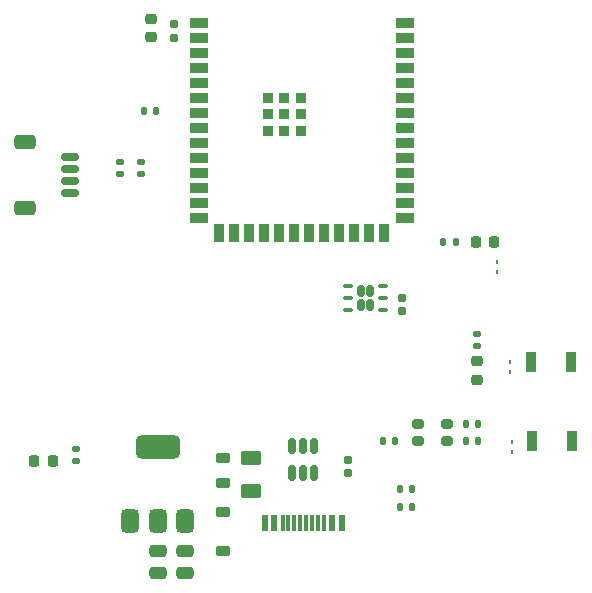
<source format=gbr>
%TF.GenerationSoftware,KiCad,Pcbnew,9.0.2*%
%TF.CreationDate,2025-07-27T12:29:31+02:00*%
%TF.ProjectId,ESP32-S3-TESTBOARD,45535033-322d-4533-932d-54455354424f,rev?*%
%TF.SameCoordinates,Original*%
%TF.FileFunction,Paste,Top*%
%TF.FilePolarity,Positive*%
%FSLAX46Y46*%
G04 Gerber Fmt 4.6, Leading zero omitted, Abs format (unit mm)*
G04 Created by KiCad (PCBNEW 9.0.2) date 2025-07-27 12:29:31*
%MOMM*%
%LPD*%
G01*
G04 APERTURE LIST*
G04 Aperture macros list*
%AMRoundRect*
0 Rectangle with rounded corners*
0 $1 Rounding radius*
0 $2 $3 $4 $5 $6 $7 $8 $9 X,Y pos of 4 corners*
0 Add a 4 corners polygon primitive as box body*
4,1,4,$2,$3,$4,$5,$6,$7,$8,$9,$2,$3,0*
0 Add four circle primitives for the rounded corners*
1,1,$1+$1,$2,$3*
1,1,$1+$1,$4,$5*
1,1,$1+$1,$6,$7*
1,1,$1+$1,$8,$9*
0 Add four rect primitives between the rounded corners*
20,1,$1+$1,$2,$3,$4,$5,0*
20,1,$1+$1,$4,$5,$6,$7,0*
20,1,$1+$1,$6,$7,$8,$9,0*
20,1,$1+$1,$8,$9,$2,$3,0*%
G04 Aperture macros list end*
%ADD10R,0.900000X1.700000*%
%ADD11RoundRect,0.375000X0.375000X-0.625000X0.375000X0.625000X-0.375000X0.625000X-0.375000X-0.625000X0*%
%ADD12RoundRect,0.500000X1.400000X-0.500000X1.400000X0.500000X-1.400000X0.500000X-1.400000X-0.500000X0*%
%ADD13RoundRect,0.250000X-0.475000X0.250000X-0.475000X-0.250000X0.475000X-0.250000X0.475000X0.250000X0*%
%ADD14RoundRect,0.225000X-0.225000X-0.250000X0.225000X-0.250000X0.225000X0.250000X-0.225000X0.250000X0*%
%ADD15RoundRect,0.150000X-0.625000X0.150000X-0.625000X-0.150000X0.625000X-0.150000X0.625000X0.150000X0*%
%ADD16RoundRect,0.250000X-0.650000X0.350000X-0.650000X-0.350000X0.650000X-0.350000X0.650000X0.350000X0*%
%ADD17RoundRect,0.225000X0.250000X-0.225000X0.250000X0.225000X-0.250000X0.225000X-0.250000X-0.225000X0*%
%ADD18RoundRect,0.225000X0.375000X-0.225000X0.375000X0.225000X-0.375000X0.225000X-0.375000X-0.225000X0*%
%ADD19RoundRect,0.200000X-0.300000X-0.200000X0.300000X-0.200000X0.300000X0.200000X-0.300000X0.200000X0*%
%ADD20RoundRect,0.135000X-0.135000X-0.185000X0.135000X-0.185000X0.135000X0.185000X-0.135000X0.185000X0*%
%ADD21RoundRect,0.062500X-0.062500X0.117500X-0.062500X-0.117500X0.062500X-0.117500X0.062500X0.117500X0*%
%ADD22RoundRect,0.135000X-0.185000X0.135000X-0.185000X-0.135000X0.185000X-0.135000X0.185000X0.135000X0*%
%ADD23RoundRect,0.218750X-0.218750X-0.256250X0.218750X-0.256250X0.218750X0.256250X-0.218750X0.256250X0*%
%ADD24RoundRect,0.135000X0.135000X0.185000X-0.135000X0.185000X-0.135000X-0.185000X0.135000X-0.185000X0*%
%ADD25RoundRect,0.150000X0.150000X-0.512500X0.150000X0.512500X-0.150000X0.512500X-0.150000X-0.512500X0*%
%ADD26R,0.600000X1.450000*%
%ADD27R,0.300000X1.450000*%
%ADD28RoundRect,0.150000X-0.150000X-0.335000X0.150000X-0.335000X0.150000X0.335000X-0.150000X0.335000X0*%
%ADD29RoundRect,0.100000X-0.300000X-0.100000X0.300000X-0.100000X0.300000X0.100000X-0.300000X0.100000X0*%
%ADD30RoundRect,0.225000X-0.250000X0.225000X-0.250000X-0.225000X0.250000X-0.225000X0.250000X0.225000X0*%
%ADD31RoundRect,0.155000X-0.155000X0.212500X-0.155000X-0.212500X0.155000X-0.212500X0.155000X0.212500X0*%
%ADD32RoundRect,0.250000X0.625000X-0.375000X0.625000X0.375000X-0.625000X0.375000X-0.625000X-0.375000X0*%
%ADD33RoundRect,0.155000X0.155000X-0.212500X0.155000X0.212500X-0.155000X0.212500X-0.155000X-0.212500X0*%
%ADD34R,0.900000X0.900000*%
%ADD35R,1.500000X0.900000*%
%ADD36R,0.900000X1.500000*%
%ADD37RoundRect,0.218750X-0.381250X0.218750X-0.381250X-0.218750X0.381250X-0.218750X0.381250X0.218750X0*%
G04 APERTURE END LIST*
D10*
%TO.C,SW1*%
X160700000Y-117200000D03*
X157300000Y-117200000D03*
%TD*%
D11*
%TO.C,U3*%
X123375000Y-130725000D03*
X125675000Y-130725000D03*
D12*
X125675000Y-124425000D03*
D11*
X127975000Y-130725000D03*
%TD*%
D13*
%TO.C,C5*%
X127975000Y-133200000D03*
X127975000Y-135100000D03*
%TD*%
%TO.C,C6*%
X125675000Y-133200000D03*
X125675000Y-135100000D03*
%TD*%
D14*
%TO.C,C7*%
X152620000Y-107100000D03*
X154170000Y-107100000D03*
%TD*%
D15*
%TO.C,J4*%
X118300000Y-99900000D03*
X118300000Y-100900000D03*
X118300000Y-101900000D03*
X118300000Y-102900000D03*
D16*
X114425000Y-98600000D03*
X114425000Y-104200000D03*
%TD*%
D10*
%TO.C,SW2*%
X160800000Y-123950000D03*
X157400000Y-123950000D03*
%TD*%
D17*
%TO.C,C2*%
X125150000Y-89750000D03*
X125150000Y-88200000D03*
%TD*%
D18*
%TO.C,D1*%
X131250000Y-133200000D03*
X131250000Y-129900000D03*
%TD*%
D19*
%TO.C,D5*%
X147700000Y-122500000D03*
X147700000Y-123900000D03*
X150200000Y-123900000D03*
X150200000Y-122500000D03*
%TD*%
D20*
%TO.C,R7*%
X151790000Y-123900000D03*
X152810000Y-123900000D03*
%TD*%
D21*
%TO.C,D2*%
X155500000Y-118047500D03*
X155500000Y-117207500D03*
%TD*%
D22*
%TO.C,R10*%
X122490000Y-100315000D03*
X122490000Y-101335000D03*
%TD*%
D23*
%TO.C,D3*%
X115250000Y-125600000D03*
X116825000Y-125600000D03*
%TD*%
D22*
%TO.C,R11*%
X124250000Y-100315000D03*
X124250000Y-101335000D03*
%TD*%
D24*
%TO.C,R6*%
X145810000Y-123900000D03*
X144790000Y-123900000D03*
%TD*%
D25*
%TO.C,U1*%
X137050000Y-126637500D03*
X138000000Y-126637500D03*
X138950000Y-126637500D03*
X138950000Y-124362500D03*
X138000000Y-124362500D03*
X137050000Y-124362500D03*
%TD*%
D22*
%TO.C,R5*%
X118737500Y-124590000D03*
X118737500Y-125610000D03*
%TD*%
%TO.C,R2*%
X152700000Y-114840000D03*
X152700000Y-115860000D03*
%TD*%
D26*
%TO.C,J1*%
X134750000Y-130855000D03*
X135550000Y-130855000D03*
D27*
X136750000Y-130855000D03*
X137750000Y-130855000D03*
X138250000Y-130855000D03*
X139250000Y-130855000D03*
D26*
X140450000Y-130855000D03*
X141250000Y-130855000D03*
X141250000Y-130855000D03*
X140450000Y-130855000D03*
D27*
X139750000Y-130855000D03*
X138750000Y-130855000D03*
X137250000Y-130855000D03*
X136250000Y-130855000D03*
D26*
X135550000Y-130855000D03*
X134750000Y-130855000D03*
%TD*%
D20*
%TO.C,R8*%
X149880000Y-107100000D03*
X150900000Y-107100000D03*
%TD*%
D28*
%TO.C,U4*%
X142900000Y-111225000D03*
X142900000Y-112425000D03*
X143650000Y-111225000D03*
X143650000Y-112425000D03*
D29*
X141825000Y-110825000D03*
X141825000Y-111825000D03*
X141825000Y-112825000D03*
X144725000Y-112825000D03*
X144725000Y-111825000D03*
X144725000Y-110825000D03*
%TD*%
D20*
%TO.C,R1*%
X124540000Y-96000000D03*
X125560000Y-96000000D03*
%TD*%
D30*
%TO.C,C4*%
X152700000Y-117175000D03*
X152700000Y-118725000D03*
%TD*%
D20*
%TO.C,R3*%
X146180000Y-127975000D03*
X147200000Y-127975000D03*
%TD*%
D21*
%TO.C,D6*%
X154400000Y-109620000D03*
X154400000Y-108780000D03*
%TD*%
%TO.C,D4*%
X155700000Y-124820000D03*
X155700000Y-123980000D03*
%TD*%
D20*
%TO.C,R4*%
X146190000Y-129475000D03*
X147210000Y-129475000D03*
%TD*%
D31*
%TO.C,C8*%
X146325000Y-111807500D03*
X146325000Y-112942500D03*
%TD*%
D20*
%TO.C,R9*%
X151780000Y-122500000D03*
X152800000Y-122500000D03*
%TD*%
D31*
%TO.C,C1*%
X141800000Y-125507500D03*
X141800000Y-126642500D03*
%TD*%
D32*
%TO.C,F1*%
X133600000Y-128150000D03*
X133600000Y-125350000D03*
%TD*%
D33*
%TO.C,C3*%
X127050000Y-89767500D03*
X127050000Y-88632500D03*
%TD*%
D34*
%TO.C,U2*%
X135000000Y-94860000D03*
X135000000Y-96260000D03*
X135000000Y-97660000D03*
X136400000Y-94860000D03*
X136400000Y-96260000D03*
X136400000Y-97660000D03*
X137800000Y-94860000D03*
X137800000Y-96260000D03*
X137800000Y-97660000D03*
D35*
X129150000Y-88540000D03*
X129150000Y-89810000D03*
X129150000Y-91080000D03*
X129150000Y-92350000D03*
X129150000Y-93620000D03*
X129150000Y-94890000D03*
X129150000Y-96160000D03*
X129150000Y-97430000D03*
X129150000Y-98700000D03*
X129150000Y-99970000D03*
X129150000Y-101240000D03*
X129150000Y-102510000D03*
X129150000Y-103780000D03*
X129150000Y-105050000D03*
D36*
X130915000Y-106300000D03*
X132185000Y-106300000D03*
X133455000Y-106300000D03*
X134725000Y-106300000D03*
X135995000Y-106300000D03*
X137265000Y-106300000D03*
X138535000Y-106300000D03*
X139805000Y-106300000D03*
X141075000Y-106300000D03*
X142345000Y-106300000D03*
X143615000Y-106300000D03*
X144885000Y-106300000D03*
D35*
X146650000Y-105050000D03*
X146650000Y-103780000D03*
X146650000Y-102510000D03*
X146650000Y-101240000D03*
X146650000Y-99970000D03*
X146650000Y-98700000D03*
X146650000Y-97430000D03*
X146650000Y-96160000D03*
X146650000Y-94890000D03*
X146650000Y-93620000D03*
X146650000Y-92350000D03*
X146650000Y-91080000D03*
X146650000Y-89810000D03*
X146650000Y-88540000D03*
%TD*%
D37*
%TO.C,FB1*%
X131225000Y-125387500D03*
X131225000Y-127512500D03*
%TD*%
M02*

</source>
